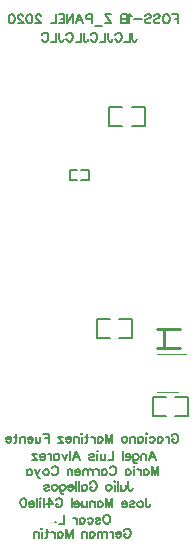
<source format=gbo>
G04 Layer: BottomSilkLayer*
G04 EasyEDA v6.3.22, 2020-01-22T11:07:26+01:00*
G04 c2129058598944f0bb6b3e408993b306,6ac03ef627a24f5ab7c901ca926ad83b,10*
G04 Gerber Generator version 0.2*
G04 Scale: 100 percent, Rotated: No, Reflected: No *
G04 Dimensions in millimeters *
G04 leading zeros omitted , absolute positions ,3 integer and 3 decimal *
%FSLAX33Y33*%
%MOMM*%
G90*
G71D02*

%ADD10C,0.254000*%
%ADD25C,0.200000*%
%ADD26C,0.119990*%
%ADD27C,0.152400*%
%ADD28C,0.203200*%

%LPD*%
G54D26*
G01X30100Y13089D02*
G01X28300Y13089D01*
G01X28300Y16309D02*
G01X30750Y16309D01*
G54D25*
G01X29069Y12650D02*
G01X27969Y12650D01*
G01X27969Y11050D01*
G01X29069Y11050D01*
G01X29869Y12650D02*
G01X30969Y12650D01*
G01X30969Y11650D01*
G01X30969Y11050D01*
G01X29869Y11050D01*
G54D10*
G01X28289Y16820D02*
G01X30289Y16820D01*
G01X28289Y18420D02*
G01X30289Y18420D01*
G01X28938Y16820D02*
G01X28938Y18420D01*
G54D25*
G01X24320Y19280D02*
G01X23220Y19280D01*
G01X23220Y17680D01*
G01X24320Y17680D01*
G01X25120Y19280D02*
G01X26220Y19280D01*
G01X26220Y18280D01*
G01X26220Y17680D01*
G01X25120Y17680D01*
G01X26169Y35629D02*
G01X27269Y35629D01*
G01X27269Y37230D01*
G01X26169Y37230D01*
G01X25369Y35629D02*
G01X24269Y35629D01*
G01X24269Y36629D01*
G01X24269Y37230D01*
G01X25369Y37230D01*
G54D27*
G01X21895Y31901D02*
G01X22530Y31901D01*
G01X22530Y31038D01*
G01X21996Y31038D01*
G01X21895Y31038D01*
G01X21514Y31038D02*
G01X20904Y31038D01*
G01X20904Y31901D01*
G01X21438Y31901D01*
G01X21514Y31901D01*
G54D28*
G01X25896Y5507D02*
G01X25896Y4925D01*
G01X25932Y4816D01*
G01X25969Y4780D01*
G01X26041Y4743D01*
G01X26114Y4743D01*
G01X26187Y4780D01*
G01X26223Y4816D01*
G01X26259Y4925D01*
G01X26259Y4998D01*
G01X25656Y5252D02*
G01X25656Y4889D01*
G01X25619Y4780D01*
G01X25547Y4743D01*
G01X25438Y4743D01*
G01X25365Y4780D01*
G01X25256Y4889D01*
G01X25256Y5252D02*
G01X25256Y4743D01*
G01X25016Y5507D02*
G01X25016Y4743D01*
G01X24776Y5507D02*
G01X24739Y5471D01*
G01X24703Y5507D01*
G01X24739Y5543D01*
G01X24776Y5507D01*
G01X24739Y5252D02*
G01X24739Y4743D01*
G01X24281Y5252D02*
G01X24354Y5216D01*
G01X24427Y5143D01*
G01X24463Y5034D01*
G01X24463Y4961D01*
G01X24427Y4852D01*
G01X24354Y4780D01*
G01X24281Y4743D01*
G01X24172Y4743D01*
G01X24099Y4780D01*
G01X24027Y4852D01*
G01X23990Y4961D01*
G01X23990Y5034D01*
G01X24027Y5143D01*
G01X24099Y5216D01*
G01X24172Y5252D01*
G01X24281Y5252D01*
G01X22645Y5325D02*
G01X22681Y5398D01*
G01X22754Y5471D01*
G01X22827Y5507D01*
G01X22972Y5507D01*
G01X23045Y5471D01*
G01X23118Y5398D01*
G01X23154Y5325D01*
G01X23190Y5216D01*
G01X23190Y5034D01*
G01X23154Y4925D01*
G01X23118Y4852D01*
G01X23045Y4780D01*
G01X22972Y4743D01*
G01X22827Y4743D01*
G01X22754Y4780D01*
G01X22681Y4852D01*
G01X22645Y4925D01*
G01X22645Y5034D01*
G01X22827Y5034D02*
G01X22645Y5034D01*
G01X21969Y5252D02*
G01X21969Y4743D01*
G01X21969Y5143D02*
G01X22041Y5216D01*
G01X22114Y5252D01*
G01X22223Y5252D01*
G01X22296Y5216D01*
G01X22369Y5143D01*
G01X22405Y5034D01*
G01X22405Y4961D01*
G01X22369Y4852D01*
G01X22296Y4780D01*
G01X22223Y4743D01*
G01X22114Y4743D01*
G01X22041Y4780D01*
G01X21969Y4852D01*
G01X21729Y5507D02*
G01X21729Y4743D01*
G01X21489Y5507D02*
G01X21489Y4743D01*
G01X21249Y5034D02*
G01X20812Y5034D01*
G01X20812Y5107D01*
G01X20849Y5180D01*
G01X20885Y5216D01*
G01X20958Y5252D01*
G01X21067Y5252D01*
G01X21139Y5216D01*
G01X21212Y5143D01*
G01X21249Y5034D01*
G01X21249Y4961D01*
G01X21212Y4852D01*
G01X21139Y4780D01*
G01X21067Y4743D01*
G01X20958Y4743D01*
G01X20885Y4780D01*
G01X20812Y4852D01*
G01X20136Y5252D02*
G01X20136Y4671D01*
G01X20172Y4561D01*
G01X20209Y4525D01*
G01X20281Y4489D01*
G01X20390Y4489D01*
G01X20463Y4525D01*
G01X20136Y5143D02*
G01X20209Y5216D01*
G01X20281Y5252D01*
G01X20390Y5252D01*
G01X20463Y5216D01*
G01X20536Y5143D01*
G01X20572Y5034D01*
G01X20572Y4961D01*
G01X20536Y4852D01*
G01X20463Y4780D01*
G01X20390Y4743D01*
G01X20281Y4743D01*
G01X20209Y4780D01*
G01X20136Y4852D01*
G01X19714Y5252D02*
G01X19787Y5216D01*
G01X19859Y5143D01*
G01X19896Y5034D01*
G01X19896Y4961D01*
G01X19859Y4852D01*
G01X19787Y4780D01*
G01X19714Y4743D01*
G01X19605Y4743D01*
G01X19532Y4780D01*
G01X19459Y4852D01*
G01X19423Y4961D01*
G01X19423Y5034D01*
G01X19459Y5143D01*
G01X19532Y5216D01*
G01X19605Y5252D01*
G01X19714Y5252D01*
G01X18783Y5143D02*
G01X18819Y5216D01*
G01X18929Y5252D01*
G01X19038Y5252D01*
G01X19147Y5216D01*
G01X19183Y5143D01*
G01X19147Y5071D01*
G01X19074Y5034D01*
G01X18892Y4998D01*
G01X18819Y4961D01*
G01X18783Y4889D01*
G01X18783Y4852D01*
G01X18819Y4780D01*
G01X18929Y4743D01*
G01X19038Y4743D01*
G01X19147Y4780D01*
G01X19183Y4852D01*
G01X27366Y4097D02*
G01X27366Y3515D01*
G01X27402Y3406D01*
G01X27439Y3370D01*
G01X27511Y3333D01*
G01X27584Y3333D01*
G01X27657Y3370D01*
G01X27693Y3406D01*
G01X27729Y3515D01*
G01X27729Y3588D01*
G01X26944Y3842D02*
G01X27017Y3806D01*
G01X27089Y3733D01*
G01X27126Y3624D01*
G01X27126Y3551D01*
G01X27089Y3442D01*
G01X27017Y3370D01*
G01X26944Y3333D01*
G01X26835Y3333D01*
G01X26762Y3370D01*
G01X26689Y3442D01*
G01X26653Y3551D01*
G01X26653Y3624D01*
G01X26689Y3733D01*
G01X26762Y3806D01*
G01X26835Y3842D01*
G01X26944Y3842D01*
G01X26013Y3733D02*
G01X26049Y3806D01*
G01X26159Y3842D01*
G01X26268Y3842D01*
G01X26377Y3806D01*
G01X26413Y3733D01*
G01X26377Y3661D01*
G01X26304Y3624D01*
G01X26122Y3588D01*
G01X26049Y3551D01*
G01X26013Y3479D01*
G01X26013Y3442D01*
G01X26049Y3370D01*
G01X26159Y3333D01*
G01X26268Y3333D01*
G01X26377Y3370D01*
G01X26413Y3442D01*
G01X25773Y3624D02*
G01X25337Y3624D01*
G01X25337Y3697D01*
G01X25373Y3770D01*
G01X25409Y3806D01*
G01X25482Y3842D01*
G01X25591Y3842D01*
G01X25664Y3806D01*
G01X25737Y3733D01*
G01X25773Y3624D01*
G01X25773Y3551D01*
G01X25737Y3442D01*
G01X25664Y3370D01*
G01X25591Y3333D01*
G01X25482Y3333D01*
G01X25409Y3370D01*
G01X25337Y3442D01*
G01X24537Y4097D02*
G01X24537Y3333D01*
G01X24537Y4097D02*
G01X24246Y3333D01*
G01X23955Y4097D02*
G01X24246Y3333D01*
G01X23955Y4097D02*
G01X23955Y3333D01*
G01X23279Y3842D02*
G01X23279Y3333D01*
G01X23279Y3733D02*
G01X23351Y3806D01*
G01X23424Y3842D01*
G01X23533Y3842D01*
G01X23606Y3806D01*
G01X23679Y3733D01*
G01X23715Y3624D01*
G01X23715Y3551D01*
G01X23679Y3442D01*
G01X23606Y3370D01*
G01X23533Y3333D01*
G01X23424Y3333D01*
G01X23351Y3370D01*
G01X23279Y3442D01*
G01X23039Y3842D02*
G01X23039Y3333D01*
G01X23039Y3697D02*
G01X22929Y3806D01*
G01X22857Y3842D01*
G01X22748Y3842D01*
G01X22675Y3806D01*
G01X22639Y3697D01*
G01X22639Y3333D01*
G01X22399Y3842D02*
G01X22399Y3479D01*
G01X22362Y3370D01*
G01X22289Y3333D01*
G01X22180Y3333D01*
G01X22108Y3370D01*
G01X21999Y3479D01*
G01X21999Y3842D02*
G01X21999Y3333D01*
G01X21759Y3624D02*
G01X21322Y3624D01*
G01X21322Y3697D01*
G01X21359Y3770D01*
G01X21395Y3806D01*
G01X21468Y3842D01*
G01X21577Y3842D01*
G01X21649Y3806D01*
G01X21722Y3733D01*
G01X21759Y3624D01*
G01X21759Y3551D01*
G01X21722Y3442D01*
G01X21649Y3370D01*
G01X21577Y3333D01*
G01X21468Y3333D01*
G01X21395Y3370D01*
G01X21322Y3442D01*
G01X21082Y4097D02*
G01X21082Y3333D01*
G01X19737Y3915D02*
G01X19773Y3988D01*
G01X19846Y4061D01*
G01X19919Y4097D01*
G01X20064Y4097D01*
G01X20137Y4061D01*
G01X20209Y3988D01*
G01X20246Y3915D01*
G01X20282Y3806D01*
G01X20282Y3624D01*
G01X20246Y3515D01*
G01X20209Y3442D01*
G01X20137Y3370D01*
G01X20064Y3333D01*
G01X19919Y3333D01*
G01X19846Y3370D01*
G01X19773Y3442D01*
G01X19737Y3515D01*
G01X19737Y3624D01*
G01X19919Y3624D02*
G01X19737Y3624D01*
G01X19133Y4097D02*
G01X19497Y3588D01*
G01X18951Y3588D01*
G01X19133Y4097D02*
G01X19133Y3333D01*
G01X18711Y4097D02*
G01X18711Y3333D01*
G01X18471Y4097D02*
G01X18435Y4061D01*
G01X18399Y4097D01*
G01X18435Y4133D01*
G01X18471Y4097D01*
G01X18435Y3842D02*
G01X18435Y3333D01*
G01X18159Y4097D02*
G01X18159Y3333D01*
G01X17919Y3624D02*
G01X17482Y3624D01*
G01X17482Y3697D01*
G01X17519Y3770D01*
G01X17555Y3806D01*
G01X17628Y3842D01*
G01X17737Y3842D01*
G01X17809Y3806D01*
G01X17882Y3733D01*
G01X17919Y3624D01*
G01X17919Y3551D01*
G01X17882Y3442D01*
G01X17809Y3370D01*
G01X17737Y3333D01*
G01X17628Y3333D01*
G01X17555Y3370D01*
G01X17482Y3442D01*
G01X17024Y4097D02*
G01X17133Y4061D01*
G01X17206Y3951D01*
G01X17242Y3770D01*
G01X17242Y3661D01*
G01X17206Y3479D01*
G01X17133Y3370D01*
G01X17024Y3333D01*
G01X16951Y3333D01*
G01X16842Y3370D01*
G01X16769Y3479D01*
G01X16733Y3661D01*
G01X16733Y3770D01*
G01X16769Y3951D01*
G01X16842Y4061D01*
G01X16951Y4097D01*
G01X17024Y4097D01*
G01X28429Y6807D02*
G01X28429Y6043D01*
G01X28429Y6807D02*
G01X28139Y6043D01*
G01X27848Y6807D02*
G01X28139Y6043D01*
G01X27848Y6807D02*
G01X27848Y6043D01*
G01X27171Y6552D02*
G01X27171Y6043D01*
G01X27171Y6443D02*
G01X27244Y6516D01*
G01X27317Y6552D01*
G01X27426Y6552D01*
G01X27499Y6516D01*
G01X27571Y6443D01*
G01X27608Y6334D01*
G01X27608Y6261D01*
G01X27571Y6152D01*
G01X27499Y6080D01*
G01X27426Y6043D01*
G01X27317Y6043D01*
G01X27244Y6080D01*
G01X27171Y6152D01*
G01X26931Y6552D02*
G01X26931Y6043D01*
G01X26931Y6334D02*
G01X26895Y6443D01*
G01X26822Y6516D01*
G01X26749Y6552D01*
G01X26640Y6552D01*
G01X26400Y6807D02*
G01X26364Y6771D01*
G01X26328Y6807D01*
G01X26364Y6843D01*
G01X26400Y6807D01*
G01X26364Y6552D02*
G01X26364Y6043D01*
G01X25651Y6552D02*
G01X25651Y6043D01*
G01X25651Y6443D02*
G01X25724Y6516D01*
G01X25797Y6552D01*
G01X25906Y6552D01*
G01X25979Y6516D01*
G01X26051Y6443D01*
G01X26088Y6334D01*
G01X26088Y6261D01*
G01X26051Y6152D01*
G01X25979Y6080D01*
G01X25906Y6043D01*
G01X25797Y6043D01*
G01X25724Y6080D01*
G01X25651Y6152D01*
G01X24306Y6625D02*
G01X24342Y6698D01*
G01X24415Y6771D01*
G01X24488Y6807D01*
G01X24633Y6807D01*
G01X24706Y6771D01*
G01X24779Y6698D01*
G01X24815Y6625D01*
G01X24851Y6516D01*
G01X24851Y6334D01*
G01X24815Y6225D01*
G01X24779Y6152D01*
G01X24706Y6080D01*
G01X24633Y6043D01*
G01X24488Y6043D01*
G01X24415Y6080D01*
G01X24342Y6152D01*
G01X24306Y6225D01*
G01X23629Y6552D02*
G01X23629Y6043D01*
G01X23629Y6443D02*
G01X23702Y6516D01*
G01X23775Y6552D01*
G01X23884Y6552D01*
G01X23957Y6516D01*
G01X24029Y6443D01*
G01X24066Y6334D01*
G01X24066Y6261D01*
G01X24029Y6152D01*
G01X23957Y6080D01*
G01X23884Y6043D01*
G01X23775Y6043D01*
G01X23702Y6080D01*
G01X23629Y6152D01*
G01X23389Y6552D02*
G01X23389Y6043D01*
G01X23389Y6334D02*
G01X23353Y6443D01*
G01X23280Y6516D01*
G01X23208Y6552D01*
G01X23099Y6552D01*
G01X22859Y6552D02*
G01X22859Y6043D01*
G01X22859Y6407D02*
G01X22749Y6516D01*
G01X22677Y6552D01*
G01X22568Y6552D01*
G01X22495Y6516D01*
G01X22459Y6407D01*
G01X22459Y6043D01*
G01X22459Y6407D02*
G01X22349Y6516D01*
G01X22277Y6552D01*
G01X22168Y6552D01*
G01X22095Y6516D01*
G01X22059Y6407D01*
G01X22059Y6043D01*
G01X21819Y6334D02*
G01X21382Y6334D01*
G01X21382Y6407D01*
G01X21419Y6480D01*
G01X21455Y6516D01*
G01X21528Y6552D01*
G01X21637Y6552D01*
G01X21709Y6516D01*
G01X21782Y6443D01*
G01X21819Y6334D01*
G01X21819Y6261D01*
G01X21782Y6152D01*
G01X21709Y6080D01*
G01X21637Y6043D01*
G01X21528Y6043D01*
G01X21455Y6080D01*
G01X21382Y6152D01*
G01X21142Y6552D02*
G01X21142Y6043D01*
G01X21142Y6407D02*
G01X21033Y6516D01*
G01X20960Y6552D01*
G01X20851Y6552D01*
G01X20779Y6516D01*
G01X20742Y6407D01*
G01X20742Y6043D01*
G01X19397Y6625D02*
G01X19433Y6698D01*
G01X19506Y6771D01*
G01X19579Y6807D01*
G01X19724Y6807D01*
G01X19797Y6771D01*
G01X19869Y6698D01*
G01X19906Y6625D01*
G01X19942Y6516D01*
G01X19942Y6334D01*
G01X19906Y6225D01*
G01X19869Y6152D01*
G01X19797Y6080D01*
G01X19724Y6043D01*
G01X19579Y6043D01*
G01X19506Y6080D01*
G01X19433Y6152D01*
G01X19397Y6225D01*
G01X18975Y6552D02*
G01X19048Y6516D01*
G01X19120Y6443D01*
G01X19157Y6334D01*
G01X19157Y6261D01*
G01X19120Y6152D01*
G01X19048Y6080D01*
G01X18975Y6043D01*
G01X18866Y6043D01*
G01X18793Y6080D01*
G01X18720Y6152D01*
G01X18684Y6261D01*
G01X18684Y6334D01*
G01X18720Y6443D01*
G01X18793Y6516D01*
G01X18866Y6552D01*
G01X18975Y6552D01*
G01X18408Y6552D02*
G01X18189Y6043D01*
G01X17971Y6552D02*
G01X18189Y6043D01*
G01X18262Y5898D01*
G01X18335Y5825D01*
G01X18408Y5789D01*
G01X18444Y5789D01*
G01X17295Y6552D02*
G01X17295Y6043D01*
G01X17295Y6443D02*
G01X17368Y6516D01*
G01X17440Y6552D01*
G01X17549Y6552D01*
G01X17622Y6516D01*
G01X17695Y6443D01*
G01X17731Y6334D01*
G01X17731Y6261D01*
G01X17695Y6152D01*
G01X17622Y6080D01*
G01X17549Y6043D01*
G01X17440Y6043D01*
G01X17368Y6080D01*
G01X17295Y6152D01*
G01X27929Y8087D02*
G01X28219Y7323D01*
G01X27929Y8087D02*
G01X27638Y7323D01*
G01X28110Y7578D02*
G01X27747Y7578D01*
G01X27398Y7832D02*
G01X27398Y7323D01*
G01X27398Y7687D02*
G01X27289Y7796D01*
G01X27216Y7832D01*
G01X27107Y7832D01*
G01X27034Y7796D01*
G01X26998Y7687D01*
G01X26998Y7323D01*
G01X26321Y7832D02*
G01X26321Y7251D01*
G01X26358Y7141D01*
G01X26394Y7105D01*
G01X26467Y7069D01*
G01X26576Y7069D01*
G01X26649Y7105D01*
G01X26321Y7723D02*
G01X26394Y7796D01*
G01X26467Y7832D01*
G01X26576Y7832D01*
G01X26649Y7796D01*
G01X26721Y7723D01*
G01X26758Y7614D01*
G01X26758Y7541D01*
G01X26721Y7432D01*
G01X26649Y7360D01*
G01X26576Y7323D01*
G01X26467Y7323D01*
G01X26394Y7360D01*
G01X26321Y7432D01*
G01X26081Y7614D02*
G01X25645Y7614D01*
G01X25645Y7687D01*
G01X25681Y7760D01*
G01X25718Y7796D01*
G01X25790Y7832D01*
G01X25899Y7832D01*
G01X25972Y7796D01*
G01X26045Y7723D01*
G01X26081Y7614D01*
G01X26081Y7541D01*
G01X26045Y7432D01*
G01X25972Y7360D01*
G01X25899Y7323D01*
G01X25790Y7323D01*
G01X25718Y7360D01*
G01X25645Y7432D01*
G01X25405Y8087D02*
G01X25405Y7323D01*
G01X24605Y8087D02*
G01X24605Y7323D01*
G01X24605Y7323D02*
G01X24169Y7323D01*
G01X23929Y7832D02*
G01X23929Y7469D01*
G01X23892Y7360D01*
G01X23819Y7323D01*
G01X23710Y7323D01*
G01X23638Y7360D01*
G01X23529Y7469D01*
G01X23529Y7832D02*
G01X23529Y7323D01*
G01X23289Y8087D02*
G01X23252Y8051D01*
G01X23216Y8087D01*
G01X23252Y8123D01*
G01X23289Y8087D01*
G01X23252Y7832D02*
G01X23252Y7323D01*
G01X22576Y7723D02*
G01X22612Y7796D01*
G01X22721Y7832D01*
G01X22830Y7832D01*
G01X22939Y7796D01*
G01X22976Y7723D01*
G01X22939Y7651D01*
G01X22867Y7614D01*
G01X22685Y7578D01*
G01X22612Y7541D01*
G01X22576Y7469D01*
G01X22576Y7432D01*
G01X22612Y7360D01*
G01X22721Y7323D01*
G01X22830Y7323D01*
G01X22939Y7360D01*
G01X22976Y7432D01*
G01X21485Y8087D02*
G01X21776Y7323D01*
G01X21485Y8087D02*
G01X21194Y7323D01*
G01X21667Y7578D02*
G01X21303Y7578D01*
G01X20954Y8087D02*
G01X20954Y7323D01*
G01X20714Y7832D02*
G01X20496Y7323D01*
G01X20278Y7832D02*
G01X20496Y7323D01*
G01X19601Y7832D02*
G01X19601Y7323D01*
G01X19601Y7723D02*
G01X19674Y7796D01*
G01X19747Y7832D01*
G01X19856Y7832D01*
G01X19929Y7796D01*
G01X20001Y7723D01*
G01X20038Y7614D01*
G01X20038Y7541D01*
G01X20001Y7432D01*
G01X19929Y7360D01*
G01X19856Y7323D01*
G01X19747Y7323D01*
G01X19674Y7360D01*
G01X19601Y7432D01*
G01X19361Y7832D02*
G01X19361Y7323D01*
G01X19361Y7614D02*
G01X19325Y7723D01*
G01X19252Y7796D01*
G01X19179Y7832D01*
G01X19070Y7832D01*
G01X18830Y7614D02*
G01X18394Y7614D01*
G01X18394Y7687D01*
G01X18430Y7760D01*
G01X18467Y7796D01*
G01X18539Y7832D01*
G01X18649Y7832D01*
G01X18721Y7796D01*
G01X18794Y7723D01*
G01X18830Y7614D01*
G01X18830Y7541D01*
G01X18794Y7432D01*
G01X18721Y7360D01*
G01X18649Y7323D01*
G01X18539Y7323D01*
G01X18467Y7360D01*
G01X18394Y7432D01*
G01X17754Y7832D02*
G01X18154Y7323D01*
G01X18154Y7832D02*
G01X17754Y7832D01*
G01X18154Y7323D02*
G01X17754Y7323D01*
G01X29564Y9375D02*
G01X29600Y9448D01*
G01X29673Y9520D01*
G01X29746Y9557D01*
G01X29891Y9557D01*
G01X29964Y9520D01*
G01X30037Y9448D01*
G01X30073Y9375D01*
G01X30109Y9266D01*
G01X30109Y9084D01*
G01X30073Y8975D01*
G01X30037Y8902D01*
G01X29964Y8830D01*
G01X29891Y8793D01*
G01X29746Y8793D01*
G01X29673Y8830D01*
G01X29600Y8902D01*
G01X29564Y8975D01*
G01X29564Y9084D01*
G01X29746Y9084D02*
G01X29564Y9084D01*
G01X29324Y9302D02*
G01X29324Y8793D01*
G01X29324Y9084D02*
G01X29288Y9193D01*
G01X29215Y9266D01*
G01X29142Y9302D01*
G01X29033Y9302D01*
G01X28357Y9302D02*
G01X28357Y8793D01*
G01X28357Y9193D02*
G01X28429Y9266D01*
G01X28502Y9302D01*
G01X28611Y9302D01*
G01X28684Y9266D01*
G01X28757Y9193D01*
G01X28793Y9084D01*
G01X28793Y9011D01*
G01X28757Y8902D01*
G01X28684Y8830D01*
G01X28611Y8793D01*
G01X28502Y8793D01*
G01X28429Y8830D01*
G01X28357Y8902D01*
G01X27680Y9193D02*
G01X27753Y9266D01*
G01X27826Y9302D01*
G01X27935Y9302D01*
G01X28008Y9266D01*
G01X28080Y9193D01*
G01X28117Y9084D01*
G01X28117Y9011D01*
G01X28080Y8902D01*
G01X28008Y8830D01*
G01X27935Y8793D01*
G01X27826Y8793D01*
G01X27753Y8830D01*
G01X27680Y8902D01*
G01X27440Y9557D02*
G01X27404Y9520D01*
G01X27368Y9557D01*
G01X27404Y9593D01*
G01X27440Y9557D01*
G01X27404Y9302D02*
G01X27404Y8793D01*
G01X26691Y9302D02*
G01X26691Y8793D01*
G01X26691Y9193D02*
G01X26764Y9266D01*
G01X26837Y9302D01*
G01X26946Y9302D01*
G01X27019Y9266D01*
G01X27091Y9193D01*
G01X27128Y9084D01*
G01X27128Y9011D01*
G01X27091Y8902D01*
G01X27019Y8830D01*
G01X26946Y8793D01*
G01X26837Y8793D01*
G01X26764Y8830D01*
G01X26691Y8902D01*
G01X26451Y9302D02*
G01X26451Y8793D01*
G01X26451Y9157D02*
G01X26342Y9266D01*
G01X26269Y9302D01*
G01X26160Y9302D01*
G01X26088Y9266D01*
G01X26051Y9157D01*
G01X26051Y8793D01*
G01X25629Y9302D02*
G01X25702Y9266D01*
G01X25775Y9193D01*
G01X25811Y9084D01*
G01X25811Y9011D01*
G01X25775Y8902D01*
G01X25702Y8830D01*
G01X25629Y8793D01*
G01X25520Y8793D01*
G01X25448Y8830D01*
G01X25375Y8902D01*
G01X25339Y9011D01*
G01X25339Y9084D01*
G01X25375Y9193D01*
G01X25448Y9266D01*
G01X25520Y9302D01*
G01X25629Y9302D01*
G01X24539Y9557D02*
G01X24539Y8793D01*
G01X24539Y9557D02*
G01X24248Y8793D01*
G01X23957Y9557D02*
G01X24248Y8793D01*
G01X23957Y9557D02*
G01X23957Y8793D01*
G01X23280Y9302D02*
G01X23280Y8793D01*
G01X23280Y9193D02*
G01X23353Y9266D01*
G01X23426Y9302D01*
G01X23535Y9302D01*
G01X23608Y9266D01*
G01X23680Y9193D01*
G01X23717Y9084D01*
G01X23717Y9011D01*
G01X23680Y8902D01*
G01X23608Y8830D01*
G01X23535Y8793D01*
G01X23426Y8793D01*
G01X23353Y8830D01*
G01X23280Y8902D01*
G01X23040Y9302D02*
G01X23040Y8793D01*
G01X23040Y9084D02*
G01X23004Y9193D01*
G01X22931Y9266D01*
G01X22859Y9302D01*
G01X22749Y9302D01*
G01X22400Y9557D02*
G01X22400Y8939D01*
G01X22364Y8830D01*
G01X22291Y8793D01*
G01X22219Y8793D01*
G01X22509Y9302D02*
G01X22255Y9302D01*
G01X21979Y9557D02*
G01X21942Y9520D01*
G01X21906Y9557D01*
G01X21942Y9593D01*
G01X21979Y9557D01*
G01X21942Y9302D02*
G01X21942Y8793D01*
G01X21666Y9302D02*
G01X21666Y8793D01*
G01X21666Y9157D02*
G01X21557Y9266D01*
G01X21484Y9302D01*
G01X21375Y9302D01*
G01X21302Y9266D01*
G01X21266Y9157D01*
G01X21266Y8793D01*
G01X21026Y9084D02*
G01X20589Y9084D01*
G01X20589Y9157D01*
G01X20626Y9230D01*
G01X20662Y9266D01*
G01X20735Y9302D01*
G01X20844Y9302D01*
G01X20917Y9266D01*
G01X20989Y9193D01*
G01X21026Y9084D01*
G01X21026Y9011D01*
G01X20989Y8902D01*
G01X20917Y8830D01*
G01X20844Y8793D01*
G01X20735Y8793D01*
G01X20662Y8830D01*
G01X20589Y8902D01*
G01X19949Y9302D02*
G01X20349Y8793D01*
G01X20349Y9302D02*
G01X19949Y9302D01*
G01X20349Y8793D02*
G01X19949Y8793D01*
G01X19149Y9557D02*
G01X19149Y8793D01*
G01X19149Y9557D02*
G01X18677Y9557D01*
G01X19149Y9193D02*
G01X18859Y9193D01*
G01X18437Y9302D02*
G01X18437Y8939D01*
G01X18400Y8830D01*
G01X18328Y8793D01*
G01X18219Y8793D01*
G01X18146Y8830D01*
G01X18037Y8939D01*
G01X18037Y9302D02*
G01X18037Y8793D01*
G01X17797Y9084D02*
G01X17360Y9084D01*
G01X17360Y9157D01*
G01X17397Y9230D01*
G01X17433Y9266D01*
G01X17506Y9302D01*
G01X17615Y9302D01*
G01X17688Y9266D01*
G01X17760Y9193D01*
G01X17797Y9084D01*
G01X17797Y9011D01*
G01X17760Y8902D01*
G01X17688Y8830D01*
G01X17615Y8793D01*
G01X17506Y8793D01*
G01X17433Y8830D01*
G01X17360Y8902D01*
G01X17120Y9302D02*
G01X17120Y8793D01*
G01X17120Y9157D02*
G01X17011Y9266D01*
G01X16939Y9302D01*
G01X16829Y9302D01*
G01X16757Y9266D01*
G01X16720Y9157D01*
G01X16720Y8793D01*
G01X16371Y9557D02*
G01X16371Y8939D01*
G01X16335Y8830D01*
G01X16262Y8793D01*
G01X16189Y8793D01*
G01X16480Y9302D02*
G01X16226Y9302D01*
G01X15949Y9084D02*
G01X15513Y9084D01*
G01X15513Y9157D01*
G01X15549Y9230D01*
G01X15586Y9266D01*
G01X15659Y9302D01*
G01X15768Y9302D01*
G01X15840Y9266D01*
G01X15913Y9193D01*
G01X15949Y9084D01*
G01X15949Y9011D01*
G01X15913Y8902D01*
G01X15840Y8830D01*
G01X15768Y8793D01*
G01X15659Y8793D01*
G01X15586Y8830D01*
G01X15513Y8902D01*
G01X24121Y2697D02*
G01X24194Y2661D01*
G01X24267Y2588D01*
G01X24303Y2515D01*
G01X24339Y2406D01*
G01X24339Y2224D01*
G01X24303Y2115D01*
G01X24267Y2042D01*
G01X24194Y1970D01*
G01X24121Y1933D01*
G01X23976Y1933D01*
G01X23903Y1970D01*
G01X23830Y2042D01*
G01X23794Y2115D01*
G01X23758Y2224D01*
G01X23758Y2406D01*
G01X23794Y2515D01*
G01X23830Y2588D01*
G01X23903Y2661D01*
G01X23976Y2697D01*
G01X24121Y2697D01*
G01X23118Y2333D02*
G01X23154Y2406D01*
G01X23263Y2442D01*
G01X23372Y2442D01*
G01X23481Y2406D01*
G01X23518Y2333D01*
G01X23481Y2261D01*
G01X23409Y2224D01*
G01X23227Y2188D01*
G01X23154Y2151D01*
G01X23118Y2079D01*
G01X23118Y2042D01*
G01X23154Y1970D01*
G01X23263Y1933D01*
G01X23372Y1933D01*
G01X23481Y1970D01*
G01X23518Y2042D01*
G01X22441Y2333D02*
G01X22514Y2406D01*
G01X22587Y2442D01*
G01X22696Y2442D01*
G01X22769Y2406D01*
G01X22841Y2333D01*
G01X22878Y2224D01*
G01X22878Y2151D01*
G01X22841Y2042D01*
G01X22769Y1970D01*
G01X22696Y1933D01*
G01X22587Y1933D01*
G01X22514Y1970D01*
G01X22441Y2042D01*
G01X21765Y2442D02*
G01X21765Y1933D01*
G01X21765Y2333D02*
G01X21838Y2406D01*
G01X21910Y2442D01*
G01X22019Y2442D01*
G01X22092Y2406D01*
G01X22165Y2333D01*
G01X22201Y2224D01*
G01X22201Y2151D01*
G01X22165Y2042D01*
G01X22092Y1970D01*
G01X22019Y1933D01*
G01X21910Y1933D01*
G01X21838Y1970D01*
G01X21765Y2042D01*
G01X21525Y2442D02*
G01X21525Y1933D01*
G01X21525Y2224D02*
G01X21489Y2333D01*
G01X21416Y2406D01*
G01X21343Y2442D01*
G01X21234Y2442D01*
G01X20434Y2697D02*
G01X20434Y1933D01*
G01X20434Y1933D02*
G01X19998Y1933D01*
G01X19721Y2115D02*
G01X19758Y2079D01*
G01X19721Y2042D01*
G01X19685Y2079D01*
G01X19721Y2115D01*
G01X25524Y1335D02*
G01X25560Y1408D01*
G01X25633Y1481D01*
G01X25706Y1517D01*
G01X25851Y1517D01*
G01X25924Y1481D01*
G01X25997Y1408D01*
G01X26033Y1335D01*
G01X26069Y1226D01*
G01X26069Y1044D01*
G01X26033Y935D01*
G01X25997Y862D01*
G01X25924Y790D01*
G01X25851Y753D01*
G01X25706Y753D01*
G01X25633Y790D01*
G01X25560Y862D01*
G01X25524Y935D01*
G01X25524Y1044D01*
G01X25706Y1044D02*
G01X25524Y1044D01*
G01X25284Y1044D02*
G01X24848Y1044D01*
G01X24848Y1117D01*
G01X24884Y1190D01*
G01X24920Y1226D01*
G01X24993Y1262D01*
G01X25102Y1262D01*
G01X25175Y1226D01*
G01X25248Y1153D01*
G01X25284Y1044D01*
G01X25284Y971D01*
G01X25248Y862D01*
G01X25175Y790D01*
G01X25102Y753D01*
G01X24993Y753D01*
G01X24920Y790D01*
G01X24848Y862D01*
G01X24608Y1262D02*
G01X24608Y753D01*
G01X24608Y1044D02*
G01X24571Y1153D01*
G01X24499Y1226D01*
G01X24426Y1262D01*
G01X24317Y1262D01*
G01X24077Y1262D02*
G01X24077Y753D01*
G01X24077Y1117D02*
G01X23968Y1226D01*
G01X23895Y1262D01*
G01X23786Y1262D01*
G01X23713Y1226D01*
G01X23677Y1117D01*
G01X23677Y753D01*
G01X23677Y1117D02*
G01X23568Y1226D01*
G01X23495Y1262D01*
G01X23386Y1262D01*
G01X23313Y1226D01*
G01X23277Y1117D01*
G01X23277Y753D01*
G01X22600Y1262D02*
G01X22600Y753D01*
G01X22600Y1153D02*
G01X22673Y1226D01*
G01X22746Y1262D01*
G01X22855Y1262D01*
G01X22928Y1226D01*
G01X23000Y1153D01*
G01X23037Y1044D01*
G01X23037Y971D01*
G01X23000Y862D01*
G01X22928Y790D01*
G01X22855Y753D01*
G01X22746Y753D01*
G01X22673Y790D01*
G01X22600Y862D01*
G01X22360Y1262D02*
G01X22360Y753D01*
G01X22360Y1117D02*
G01X22251Y1226D01*
G01X22179Y1262D01*
G01X22069Y1262D01*
G01X21997Y1226D01*
G01X21960Y1117D01*
G01X21960Y753D01*
G01X21160Y1517D02*
G01X21160Y753D01*
G01X21160Y1517D02*
G01X20869Y753D01*
G01X20579Y1517D02*
G01X20869Y753D01*
G01X20579Y1517D02*
G01X20579Y753D01*
G01X19902Y1262D02*
G01X19902Y753D01*
G01X19902Y1153D02*
G01X19975Y1226D01*
G01X20048Y1262D01*
G01X20157Y1262D01*
G01X20229Y1226D01*
G01X20302Y1153D01*
G01X20339Y1044D01*
G01X20339Y971D01*
G01X20302Y862D01*
G01X20229Y790D01*
G01X20157Y753D01*
G01X20048Y753D01*
G01X19975Y790D01*
G01X19902Y862D01*
G01X19662Y1262D02*
G01X19662Y753D01*
G01X19662Y1044D02*
G01X19626Y1153D01*
G01X19553Y1226D01*
G01X19480Y1262D01*
G01X19371Y1262D01*
G01X19022Y1517D02*
G01X19022Y899D01*
G01X18986Y790D01*
G01X18913Y753D01*
G01X18840Y753D01*
G01X19131Y1262D02*
G01X18877Y1262D01*
G01X18600Y1517D02*
G01X18564Y1481D01*
G01X18528Y1517D01*
G01X18564Y1553D01*
G01X18600Y1517D01*
G01X18564Y1262D02*
G01X18564Y753D01*
G01X18288Y1262D02*
G01X18288Y753D01*
G01X18288Y1117D02*
G01X18179Y1226D01*
G01X18106Y1262D01*
G01X17997Y1262D01*
G01X17924Y1226D01*
G01X17888Y1117D01*
G01X17888Y753D01*
G01X30089Y45067D02*
G01X30089Y44303D01*
G01X30089Y45067D02*
G01X29617Y45067D01*
G01X30089Y44703D02*
G01X29799Y44703D01*
G01X29159Y45067D02*
G01X29231Y45030D01*
G01X29304Y44958D01*
G01X29340Y44885D01*
G01X29377Y44776D01*
G01X29377Y44594D01*
G01X29340Y44485D01*
G01X29304Y44412D01*
G01X29231Y44340D01*
G01X29159Y44303D01*
G01X29013Y44303D01*
G01X28940Y44340D01*
G01X28868Y44412D01*
G01X28831Y44485D01*
G01X28795Y44594D01*
G01X28795Y44776D01*
G01X28831Y44885D01*
G01X28868Y44958D01*
G01X28940Y45030D01*
G01X29013Y45067D01*
G01X29159Y45067D01*
G01X28046Y44958D02*
G01X28119Y45030D01*
G01X28228Y45067D01*
G01X28373Y45067D01*
G01X28482Y45030D01*
G01X28555Y44958D01*
G01X28555Y44885D01*
G01X28519Y44812D01*
G01X28482Y44776D01*
G01X28409Y44740D01*
G01X28191Y44667D01*
G01X28119Y44630D01*
G01X28082Y44594D01*
G01X28046Y44521D01*
G01X28046Y44412D01*
G01X28119Y44340D01*
G01X28228Y44303D01*
G01X28373Y44303D01*
G01X28482Y44340D01*
G01X28555Y44412D01*
G01X27297Y44958D02*
G01X27369Y45030D01*
G01X27479Y45067D01*
G01X27624Y45067D01*
G01X27733Y45030D01*
G01X27806Y44958D01*
G01X27806Y44885D01*
G01X27769Y44812D01*
G01X27733Y44776D01*
G01X27660Y44740D01*
G01X27442Y44667D01*
G01X27369Y44630D01*
G01X27333Y44594D01*
G01X27297Y44521D01*
G01X27297Y44412D01*
G01X27369Y44340D01*
G01X27479Y44303D01*
G01X27624Y44303D01*
G01X27733Y44340D01*
G01X27806Y44412D01*
G01X27057Y44630D02*
G01X26402Y44630D01*
G01X26162Y44921D02*
G01X26089Y44958D01*
G01X25980Y45067D01*
G01X25980Y44303D01*
G01X25740Y45067D02*
G01X25740Y44303D01*
G01X25740Y45067D02*
G01X25413Y45067D01*
G01X25304Y45030D01*
G01X25268Y44994D01*
G01X25231Y44921D01*
G01X25231Y44849D01*
G01X25268Y44776D01*
G01X25304Y44740D01*
G01X25413Y44703D01*
G01X25740Y44703D02*
G01X25413Y44703D01*
G01X25304Y44667D01*
G01X25268Y44630D01*
G01X25231Y44558D01*
G01X25231Y44449D01*
G01X25268Y44376D01*
G01X25304Y44340D01*
G01X25413Y44303D01*
G01X25740Y44303D01*
G01X23922Y45067D02*
G01X24431Y44303D01*
G01X24431Y45067D02*
G01X23922Y45067D01*
G01X24431Y44303D02*
G01X23922Y44303D01*
G01X23682Y44049D02*
G01X23028Y44049D01*
G01X22788Y45067D02*
G01X22788Y44303D01*
G01X22788Y45067D02*
G01X22460Y45067D01*
G01X22351Y45030D01*
G01X22315Y44994D01*
G01X22279Y44921D01*
G01X22279Y44812D01*
G01X22315Y44740D01*
G01X22351Y44703D01*
G01X22460Y44667D01*
G01X22788Y44667D01*
G01X21748Y45067D02*
G01X22039Y44303D01*
G01X21748Y45067D02*
G01X21457Y44303D01*
G01X21929Y44558D02*
G01X21566Y44558D01*
G01X21217Y45067D02*
G01X21217Y44303D01*
G01X21217Y45067D02*
G01X20708Y44303D01*
G01X20708Y45067D02*
G01X20708Y44303D01*
G01X20468Y45067D02*
G01X20468Y44303D01*
G01X20468Y45067D02*
G01X19995Y45067D01*
G01X20468Y44703D02*
G01X20177Y44703D01*
G01X20468Y44303D02*
G01X19995Y44303D01*
G01X19755Y45067D02*
G01X19755Y44303D01*
G01X19755Y44303D02*
G01X19319Y44303D01*
G01X18482Y44885D02*
G01X18482Y44921D01*
G01X18446Y44994D01*
G01X18409Y45030D01*
G01X18337Y45067D01*
G01X18191Y45067D01*
G01X18119Y45030D01*
G01X18082Y44994D01*
G01X18046Y44921D01*
G01X18046Y44849D01*
G01X18082Y44776D01*
G01X18155Y44667D01*
G01X18519Y44303D01*
G01X18009Y44303D01*
G01X17551Y45067D02*
G01X17660Y45030D01*
G01X17733Y44921D01*
G01X17769Y44740D01*
G01X17769Y44630D01*
G01X17733Y44449D01*
G01X17660Y44340D01*
G01X17551Y44303D01*
G01X17479Y44303D01*
G01X17369Y44340D01*
G01X17297Y44449D01*
G01X17260Y44630D01*
G01X17260Y44740D01*
G01X17297Y44921D01*
G01X17369Y45030D01*
G01X17479Y45067D01*
G01X17551Y45067D01*
G01X16984Y44885D02*
G01X16984Y44921D01*
G01X16948Y44994D01*
G01X16911Y45030D01*
G01X16839Y45067D01*
G01X16693Y45067D01*
G01X16620Y45030D01*
G01X16584Y44994D01*
G01X16548Y44921D01*
G01X16548Y44849D01*
G01X16584Y44776D01*
G01X16657Y44667D01*
G01X17020Y44303D01*
G01X16511Y44303D01*
G01X16053Y45067D02*
G01X16162Y45030D01*
G01X16235Y44921D01*
G01X16271Y44740D01*
G01X16271Y44630D01*
G01X16235Y44449D01*
G01X16162Y44340D01*
G01X16053Y44303D01*
G01X15980Y44303D01*
G01X15871Y44340D01*
G01X15799Y44449D01*
G01X15762Y44630D01*
G01X15762Y44740D01*
G01X15799Y44921D01*
G01X15871Y45030D01*
G01X15980Y45067D01*
G01X16053Y45067D01*
G01X26236Y43517D02*
G01X26236Y42935D01*
G01X26272Y42826D01*
G01X26309Y42790D01*
G01X26381Y42753D01*
G01X26454Y42753D01*
G01X26527Y42790D01*
G01X26563Y42826D01*
G01X26599Y42935D01*
G01X26599Y43008D01*
G01X25996Y43517D02*
G01X25996Y42753D01*
G01X25996Y42753D02*
G01X25559Y42753D01*
G01X24774Y43335D02*
G01X24810Y43408D01*
G01X24883Y43480D01*
G01X24956Y43517D01*
G01X25101Y43517D01*
G01X25174Y43480D01*
G01X25247Y43408D01*
G01X25283Y43335D01*
G01X25319Y43226D01*
G01X25319Y43044D01*
G01X25283Y42935D01*
G01X25247Y42862D01*
G01X25174Y42790D01*
G01X25101Y42753D01*
G01X24956Y42753D01*
G01X24883Y42790D01*
G01X24810Y42862D01*
G01X24774Y42935D01*
G01X24170Y43517D02*
G01X24170Y42935D01*
G01X24207Y42826D01*
G01X24243Y42790D01*
G01X24316Y42753D01*
G01X24389Y42753D01*
G01X24461Y42790D01*
G01X24498Y42826D01*
G01X24534Y42935D01*
G01X24534Y43008D01*
G01X23930Y43517D02*
G01X23930Y42753D01*
G01X23930Y42753D02*
G01X23494Y42753D01*
G01X22709Y43335D02*
G01X22745Y43408D01*
G01X22818Y43480D01*
G01X22890Y43517D01*
G01X23036Y43517D01*
G01X23109Y43480D01*
G01X23181Y43408D01*
G01X23218Y43335D01*
G01X23254Y43226D01*
G01X23254Y43044D01*
G01X23218Y42935D01*
G01X23181Y42862D01*
G01X23109Y42790D01*
G01X23036Y42753D01*
G01X22890Y42753D01*
G01X22818Y42790D01*
G01X22745Y42862D01*
G01X22709Y42935D01*
G01X22105Y43517D02*
G01X22105Y42935D01*
G01X22141Y42826D01*
G01X22178Y42790D01*
G01X22250Y42753D01*
G01X22323Y42753D01*
G01X22396Y42790D01*
G01X22432Y42826D01*
G01X22469Y42935D01*
G01X22469Y43008D01*
G01X21865Y43517D02*
G01X21865Y42753D01*
G01X21865Y42753D02*
G01X21429Y42753D01*
G01X20643Y43335D02*
G01X20679Y43408D01*
G01X20752Y43480D01*
G01X20825Y43517D01*
G01X20970Y43517D01*
G01X21043Y43480D01*
G01X21116Y43408D01*
G01X21152Y43335D01*
G01X21189Y43226D01*
G01X21189Y43044D01*
G01X21152Y42935D01*
G01X21116Y42862D01*
G01X21043Y42790D01*
G01X20970Y42753D01*
G01X20825Y42753D01*
G01X20752Y42790D01*
G01X20679Y42862D01*
G01X20643Y42935D01*
G01X20039Y43517D02*
G01X20039Y42935D01*
G01X20076Y42826D01*
G01X20112Y42790D01*
G01X20185Y42753D01*
G01X20258Y42753D01*
G01X20330Y42790D01*
G01X20367Y42826D01*
G01X20403Y42935D01*
G01X20403Y43008D01*
G01X19799Y43517D02*
G01X19799Y42753D01*
G01X19799Y42753D02*
G01X19363Y42753D01*
G01X18578Y43335D02*
G01X18614Y43408D01*
G01X18687Y43480D01*
G01X18759Y43517D01*
G01X18905Y43517D01*
G01X18978Y43480D01*
G01X19050Y43408D01*
G01X19087Y43335D01*
G01X19123Y43226D01*
G01X19123Y43044D01*
G01X19087Y42935D01*
G01X19050Y42862D01*
G01X18978Y42790D01*
G01X18905Y42753D01*
G01X18759Y42753D01*
G01X18687Y42790D01*
G01X18614Y42862D01*
G01X18578Y42935D01*
M00*
M02*

</source>
